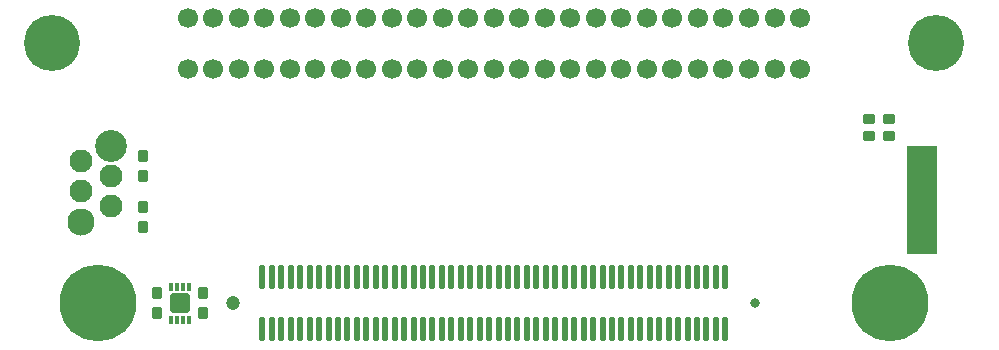
<source format=gts>
G04 #@! TF.GenerationSoftware,KiCad,Pcbnew,8.0.6*
G04 #@! TF.CreationDate,2024-11-07T02:27:15-08:00*
G04 #@! TF.ProjectId,mse-50-ce,6d73652d-3530-42d6-9365-2e6b69636164,1*
G04 #@! TF.SameCoordinates,Original*
G04 #@! TF.FileFunction,Soldermask,Top*
G04 #@! TF.FilePolarity,Negative*
%FSLAX46Y46*%
G04 Gerber Fmt 4.6, Leading zero omitted, Abs format (unit mm)*
G04 Created by KiCad (PCBNEW 8.0.6) date 2024-11-07 02:27:15*
%MOMM*%
%LPD*%
G01*
G04 APERTURE LIST*
G04 Aperture macros list*
%AMRoundRect*
0 Rectangle with rounded corners*
0 $1 Rounding radius*
0 $2 $3 $4 $5 $6 $7 $8 $9 X,Y pos of 4 corners*
0 Add a 4 corners polygon primitive as box body*
4,1,4,$2,$3,$4,$5,$6,$7,$8,$9,$2,$3,0*
0 Add four circle primitives for the rounded corners*
1,1,$1+$1,$2,$3*
1,1,$1+$1,$4,$5*
1,1,$1+$1,$6,$7*
1,1,$1+$1,$8,$9*
0 Add four rect primitives between the rounded corners*
20,1,$1+$1,$2,$3,$4,$5,0*
20,1,$1+$1,$4,$5,$6,$7,0*
20,1,$1+$1,$6,$7,$8,$9,0*
20,1,$1+$1,$8,$9,$2,$3,0*%
G04 Aperture macros list end*
%ADD10C,0.800000*%
%ADD11C,1.200000*%
%ADD12RoundRect,0.125000X0.125000X0.925000X-0.125000X0.925000X-0.125000X-0.925000X0.125000X-0.925000X0*%
%ADD13RoundRect,0.225000X0.225000X-0.275000X0.225000X0.275000X-0.225000X0.275000X-0.225000X-0.275000X0*%
%ADD14RoundRect,0.225000X-0.225000X0.275000X-0.225000X-0.275000X0.225000X-0.275000X0.225000X0.275000X0*%
%ADD15RoundRect,0.225000X-0.275000X-0.225000X0.275000X-0.225000X0.275000X0.225000X-0.275000X0.225000X0*%
%ADD16C,1.700000*%
%ADD17C,4.750000*%
%ADD18C,6.500000*%
%ADD19RoundRect,0.225000X0.275000X0.225000X-0.275000X0.225000X-0.275000X-0.225000X0.275000X-0.225000X0*%
%ADD20RoundRect,0.062500X0.137500X-0.287500X0.137500X0.287500X-0.137500X0.287500X-0.137500X-0.287500X0*%
%ADD21RoundRect,0.265625X0.584375X-0.584375X0.584375X0.584375X-0.584375X0.584375X-0.584375X-0.584375X0*%
%ADD22C,2.300000*%
%ADD23C,2.700000*%
%ADD24C,1.950000*%
G04 APERTURE END LIST*
D10*
G04 #@! TO.C,J1*
X-15400000Y4000000D03*
D11*
X-59600000Y4000000D03*
D12*
X-57100000Y1800000D03*
X-57100000Y6200000D03*
X-56300000Y1800001D03*
X-56300000Y6199999D03*
X-55500000Y1800000D03*
X-55500000Y6200000D03*
X-54700001Y1800000D03*
X-54700001Y6200000D03*
X-53900000Y1800000D03*
X-53900000Y6200000D03*
X-53100000Y1800000D03*
X-53100000Y6200000D03*
X-52299999Y1800000D03*
X-52299999Y6200000D03*
X-51500000Y1800000D03*
X-51500000Y6200000D03*
X-50700000Y1800001D03*
X-50700000Y6199999D03*
X-49900000Y1800000D03*
X-49900000Y6200000D03*
X-49100000Y1800000D03*
X-49100000Y6200000D03*
X-48300000Y1800000D03*
X-48300000Y6200000D03*
X-47500000Y1800000D03*
X-47500000Y6200000D03*
X-46699999Y1800000D03*
X-46699999Y6200000D03*
X-45900000Y1800000D03*
X-45900000Y6200000D03*
X-45100000Y1800001D03*
X-45100000Y6199999D03*
X-44300000Y1800000D03*
X-44300000Y6200000D03*
X-43500000Y1800000D03*
X-43500000Y6200000D03*
X-42700000Y1800000D03*
X-42700000Y6200000D03*
X-41900000Y1800000D03*
X-41900000Y6200000D03*
X-41099999Y1800000D03*
X-41099999Y6200000D03*
X-40300000Y1800000D03*
X-40300000Y6200000D03*
X-39500000Y1800001D03*
X-39500000Y6199999D03*
X-38700000Y1800000D03*
X-38700000Y6200000D03*
X-37900000Y1800000D03*
X-37900000Y6200000D03*
X-37100000Y1800000D03*
X-37100000Y6200000D03*
X-36300000Y1800000D03*
X-36300000Y6200000D03*
X-35500000Y1800001D03*
X-35500000Y6199999D03*
X-34700000Y1800000D03*
X-34700000Y6200000D03*
X-33900001Y1800000D03*
X-33900001Y6200000D03*
X-33100000Y1800000D03*
X-33100000Y6200000D03*
X-32300000Y1800000D03*
X-32300000Y6200000D03*
X-31500000Y1800000D03*
X-31500000Y6200000D03*
X-30700000Y1800000D03*
X-30700000Y6200000D03*
X-29900000Y1800001D03*
X-29900000Y6199999D03*
X-29100000Y1800000D03*
X-29100000Y6200000D03*
X-28300001Y1800000D03*
X-28300001Y6200000D03*
X-27500000Y1800000D03*
X-27500000Y6200000D03*
X-26700000Y1800000D03*
X-26700000Y6200000D03*
X-25900000Y1800000D03*
X-25900000Y6200000D03*
X-25100000Y1800000D03*
X-25100000Y6200000D03*
X-24300000Y1800001D03*
X-24300000Y6199999D03*
X-23500000Y1800000D03*
X-23500000Y6200000D03*
X-22700001Y1800000D03*
X-22700001Y6200000D03*
X-21900000Y1800000D03*
X-21900000Y6200000D03*
X-21100000Y1800000D03*
X-21100000Y6200000D03*
X-20299999Y1800000D03*
X-20299999Y6200000D03*
X-19500000Y1800000D03*
X-19500000Y6200000D03*
X-18700000Y1800001D03*
X-18700000Y6199999D03*
X-17900000Y1800000D03*
X-17900000Y6200000D03*
G04 #@! TD*
D13*
G04 #@! TO.C,R3*
X-67200000Y10450000D03*
X-67200000Y12150000D03*
G04 #@! TD*
D14*
G04 #@! TO.C,R2*
X-67200000Y16450000D03*
X-67200000Y14750000D03*
G04 #@! TD*
D15*
G04 #@! TO.C,C2*
X-5750000Y19600000D03*
X-4050000Y19600000D03*
G04 #@! TD*
D16*
G04 #@! TO.C,J5*
X-63420000Y23855000D03*
X-61260000Y23855000D03*
X-59100000Y23855000D03*
X-56940000Y23855000D03*
X-54780000Y23855000D03*
X-52620000Y23855000D03*
X-50460000Y23855000D03*
X-48300000Y23855000D03*
X-46140000Y23855000D03*
X-43980000Y23855000D03*
X-41820000Y23855000D03*
X-39660000Y23855000D03*
X-37500000Y23855000D03*
X-35340000Y23855000D03*
X-33180000Y23855000D03*
X-31020000Y23855000D03*
X-28860000Y23855000D03*
X-26700000Y23855000D03*
X-24540000Y23855000D03*
X-22380000Y23855000D03*
X-20220000Y23855000D03*
X-18060000Y23855000D03*
X-15900000Y23855000D03*
X-13740000Y23855000D03*
X-11580000Y23855000D03*
X-63420000Y28145000D03*
X-61260000Y28145000D03*
X-59100000Y28145000D03*
X-56940000Y28145000D03*
X-54780000Y28145000D03*
X-52620000Y28145000D03*
X-50460000Y28145000D03*
X-48300000Y28145000D03*
X-46140000Y28145000D03*
X-43980000Y28145000D03*
X-41820000Y28145000D03*
X-39660000Y28145000D03*
X-37500000Y28145000D03*
X-35340000Y28145000D03*
X-33180000Y28145000D03*
X-31020000Y28145000D03*
X-28860000Y28145000D03*
X-26700000Y28145000D03*
X-24540000Y28145000D03*
X-22380000Y28145000D03*
X-20220000Y28145000D03*
X-18060000Y28145000D03*
X-15900000Y28145000D03*
X-13740000Y28145000D03*
X-11580000Y28145000D03*
D17*
X-75000Y26000000D03*
X-74925000Y26000000D03*
G04 #@! TD*
D13*
G04 #@! TO.C,C1*
X-66050000Y3150000D03*
X-66050000Y4850000D03*
G04 #@! TD*
D18*
G04 #@! TO.C,H4*
X-4000000Y4000000D03*
G04 #@! TD*
D19*
G04 #@! TO.C,R4*
X-4050000Y18200000D03*
X-5750000Y18200000D03*
G04 #@! TD*
D13*
G04 #@! TO.C,R1*
X-62150000Y3150000D03*
X-62150000Y4850000D03*
G04 #@! TD*
D20*
G04 #@! TO.C,U1*
X-64850001Y2600000D03*
X-64350000Y2600000D03*
X-63850000Y2600000D03*
X-63349999Y2600000D03*
X-63349999Y5400000D03*
X-63850000Y5400000D03*
X-64350000Y5400000D03*
X-64850001Y5400000D03*
D21*
X-64100000Y4000000D03*
G04 #@! TD*
D22*
G04 #@! TO.C,J3*
X-72440000Y10870000D03*
D23*
X-69900000Y17340000D03*
D24*
X-72440000Y16010000D03*
X-69900000Y14740000D03*
X-72440000Y13470000D03*
X-69900000Y12200000D03*
G04 #@! TD*
D18*
G04 #@! TO.C,H3*
X-71000000Y4000000D03*
G04 #@! TD*
G36*
X-56961Y17330315D02*
G01*
X-11206Y17277511D01*
X0Y17226000D01*
X0Y8274000D01*
X-19685Y8206961D01*
X-72489Y8161206D01*
X-124000Y8150000D01*
X-2376000Y8150000D01*
X-2443039Y8169685D01*
X-2488794Y8222489D01*
X-2500000Y8274000D01*
X-2500000Y17226000D01*
X-2480315Y17293039D01*
X-2427511Y17338794D01*
X-2376000Y17350000D01*
X-124000Y17350000D01*
X-56961Y17330315D01*
G37*
M02*

</source>
